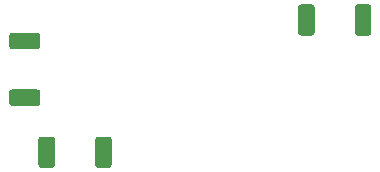
<source format=gtp>
G04 #@! TF.GenerationSoftware,KiCad,Pcbnew,5.1.12-84ad8e8a86~92~ubuntu18.04.1*
G04 #@! TF.CreationDate,2022-03-31T10:50:17-04:00*
G04 #@! TF.ProjectId,OMC_WIFI_PCB,4f4d435f-5749-4464-995f-5043422e6b69,rev?*
G04 #@! TF.SameCoordinates,Original*
G04 #@! TF.FileFunction,Paste,Top*
G04 #@! TF.FilePolarity,Positive*
%FSLAX46Y46*%
G04 Gerber Fmt 4.6, Leading zero omitted, Abs format (unit mm)*
G04 Created by KiCad (PCBNEW 5.1.12-84ad8e8a86~92~ubuntu18.04.1) date 2022-03-31 10:50:17*
%MOMM*%
%LPD*%
G01*
G04 APERTURE LIST*
G04 APERTURE END LIST*
G36*
G01*
X612175001Y910380000D02*
X610024999Y910380000D01*
G75*
G02*
X609775000Y910629999I0J249999D01*
G01*
X609775000Y911530001D01*
G75*
G02*
X610024999Y911780000I249999J0D01*
G01*
X612175001Y911780000D01*
G75*
G02*
X612425000Y911530001I0J-249999D01*
G01*
X612425000Y910629999D01*
G75*
G02*
X612175001Y910380000I-249999J0D01*
G01*
G37*
G36*
G01*
X612175001Y905580000D02*
X610024999Y905580000D01*
G75*
G02*
X609775000Y905829999I0J249999D01*
G01*
X609775000Y906730001D01*
G75*
G02*
X610024999Y906980000I249999J0D01*
G01*
X612175001Y906980000D01*
G75*
G02*
X612425000Y906730001I0J-249999D01*
G01*
X612425000Y905829999D01*
G75*
G02*
X612175001Y905580000I-249999J0D01*
G01*
G37*
G36*
G01*
X635650000Y913935001D02*
X635650000Y911784999D01*
G75*
G02*
X635400001Y911535000I-249999J0D01*
G01*
X634499999Y911535000D01*
G75*
G02*
X634250000Y911784999I0J249999D01*
G01*
X634250000Y913935001D01*
G75*
G02*
X634499999Y914185000I249999J0D01*
G01*
X635400001Y914185000D01*
G75*
G02*
X635650000Y913935001I0J-249999D01*
G01*
G37*
G36*
G01*
X640450000Y913935001D02*
X640450000Y911784999D01*
G75*
G02*
X640200001Y911535000I-249999J0D01*
G01*
X639299999Y911535000D01*
G75*
G02*
X639050000Y911784999I0J249999D01*
G01*
X639050000Y913935001D01*
G75*
G02*
X639299999Y914185000I249999J0D01*
G01*
X640200001Y914185000D01*
G75*
G02*
X640450000Y913935001I0J-249999D01*
G01*
G37*
G36*
G01*
X612260000Y900589999D02*
X612260000Y902740001D01*
G75*
G02*
X612509999Y902990000I249999J0D01*
G01*
X613410001Y902990000D01*
G75*
G02*
X613660000Y902740001I0J-249999D01*
G01*
X613660000Y900589999D01*
G75*
G02*
X613410001Y900340000I-249999J0D01*
G01*
X612509999Y900340000D01*
G75*
G02*
X612260000Y900589999I0J249999D01*
G01*
G37*
G36*
G01*
X617060000Y900589999D02*
X617060000Y902740001D01*
G75*
G02*
X617309999Y902990000I249999J0D01*
G01*
X618210001Y902990000D01*
G75*
G02*
X618460000Y902740001I0J-249999D01*
G01*
X618460000Y900589999D01*
G75*
G02*
X618210001Y900340000I-249999J0D01*
G01*
X617309999Y900340000D01*
G75*
G02*
X617060000Y900589999I0J249999D01*
G01*
G37*
M02*

</source>
